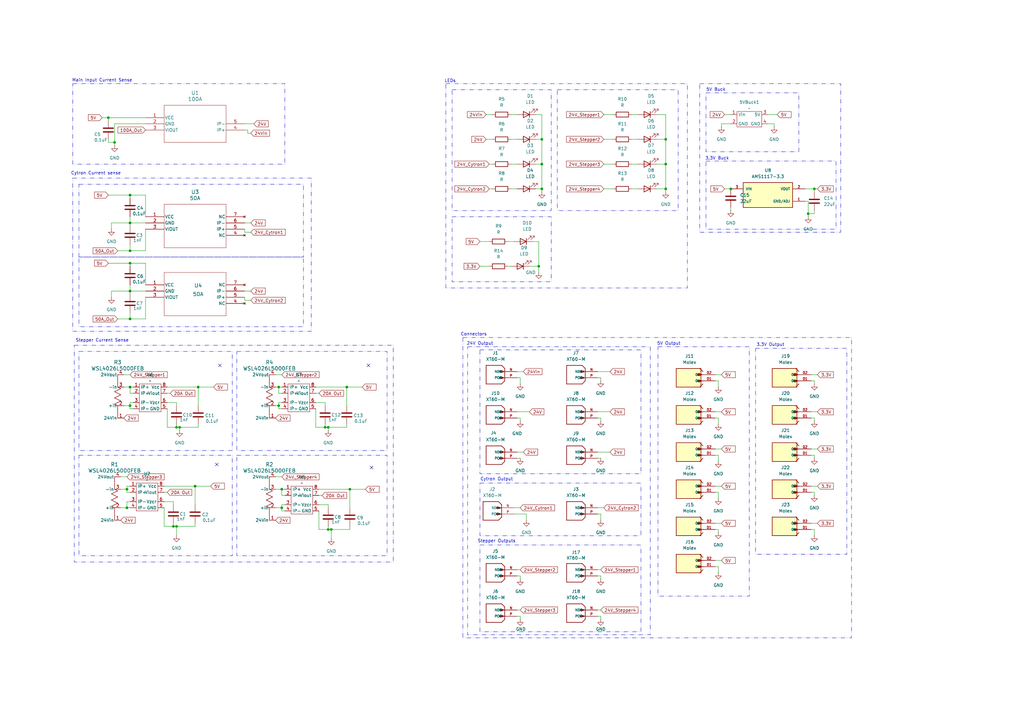
<source format=kicad_sch>
(kicad_sch (version 20231120) (generator "eeschema") (generator_version "8.0")
  (paper "A3")
  (junction (at 81.28 158.75))
  (junction (at 53.34 91.44))
  (junction (at 53.34 80.01))
  (junction (at 53.34 130.81))
  (junction (at 273.05 57.15))
  (junction (at 220.98 109.22))
  (junction (at 53.34 119.38))
  (junction (at 71.12 215.9))
  (junction (at 53.34 166.37))
  (junction (at 143.51 200.66))
  (junction (at 134.62 217.17))
  (junction (at 142.24 158.75))
  (junction (at 222.25 67.31))
  (junction (at 134.62 175.26))
  (junction (at 114.3 166.37))
  (junction (at 222.25 77.47))
  (junction (at 115.57 200.66))
  (junction (at 222.25 57.15))
  (junction (at 299.72 77.47))
  (junction (at 53.34 102.87))
  (junction (at 72.39 215.9))
  (junction (at 46.99 58.42))
  (junction (at 273.05 67.31))
  (junction (at 52.07 200.66))
  (junction (at 114.3 158.75))
  (junction (at 115.57 208.28))
  (junction (at 135.89 217.17))
  (junction (at 331.47 87.63))
  (junction (at 334.01 77.47))
  (junction (at 53.34 158.75))
  (junction (at 53.34 107.95))
  (junction (at 73.66 175.26))
  (junction (at 44.45 48.26))
  (junction (at 133.35 175.26))
  (junction (at 273.05 77.47))
  (junction (at 52.07 208.28))
  (junction (at 72.39 175.26))
  (junction (at 80.01 199.39))
  (no_connect (at 88.9 190.5))
  (no_connect (at 90.17 149.86))
  (no_connect (at 151.13 149.86))
  (no_connect (at 152.4 191.77))
  (wire (pts (xy 317.5 50.8) (xy 317.5 52.07)))
  (wire (pts (xy 50.8 158.75) (xy 53.34 158.75)))
  (wire (pts (xy 114.3 167.64) (xy 114.3 166.37)))
  (wire (pts (xy 133.35 173.99) (xy 133.35 175.26)))
  (wire (pts (xy 222.25 67.31) (xy 222.25 77.47)))
  (wire (pts (xy 53.34 102.87) (xy 59.69 102.87)))
  (wire (pts (xy 129.54 161.29) (xy 130.81 161.29)))
  (wire (pts (xy 219.71 67.31) (xy 222.25 67.31)))
  (wire (pts (xy 213.36 154.94) (xy 212.09 154.94)))
  (wire (pts (xy 269.24 46.99) (xy 273.05 46.99)))
  (wire (pts (xy 332.74 199.39) (xy 335.28 199.39)))
  (wire (pts (xy 212.09 250.19) (xy 213.36 250.19)))
  (wire (pts (xy 115.57 207.01) (xy 115.57 208.28)))
  (wire (pts (xy 219.71 46.99) (xy 222.25 46.99)))
  (wire (pts (xy 245.11 152.4) (xy 250.19 152.4)))
  (wire (pts (xy 52.07 205.74) (xy 52.07 208.28)))
  (wire (pts (xy 199.39 57.15) (xy 201.93 57.15)))
  (wire (pts (xy 213.36 157.48) (xy 213.36 154.94)))
  (wire (pts (xy 113.03 166.37) (xy 114.3 166.37)))
  (wire (pts (xy 48.26 130.81) (xy 53.34 130.81)))
  (wire (pts (xy 293.37 168.91) (xy 295.91 168.91)))
  (wire (pts (xy 210.82 208.28) (xy 213.36 208.28)))
  (wire (pts (xy 332.74 184.15) (xy 335.28 184.15)))
  (wire (pts (xy 45.72 121.92) (xy 45.72 119.38)))
  (wire (pts (xy 213.36 236.22) (xy 212.09 236.22)))
  (wire (pts (xy 334.01 156.21) (xy 334.01 157.48)))
  (wire (pts (xy 101.6 54.61) (xy 102.87 54.61)))
  (wire (pts (xy 245.11 233.68) (xy 246.38 233.68)))
  (wire (pts (xy 45.72 93.98) (xy 45.72 91.44)))
  (wire (pts (xy 134.62 175.26) (xy 142.24 175.26)))
  (wire (pts (xy 293.37 229.87) (xy 295.91 229.87)))
  (wire (pts (xy 297.18 77.47) (xy 299.72 77.47)))
  (wire (pts (xy 115.57 195.58) (xy 113.03 195.58)))
  (wire (pts (xy 72.39 215.9) (xy 80.01 215.9)))
  (wire (pts (xy 133.35 165.1) (xy 129.54 165.1)))
  (wire (pts (xy 246.38 210.82) (xy 245.11 210.82)))
  (wire (pts (xy 245.11 208.28) (xy 247.65 208.28)))
  (wire (pts (xy 247.65 57.15) (xy 251.46 57.15)))
  (wire (pts (xy 246.38 156.21) (xy 246.38 154.94)))
  (wire (pts (xy 222.25 77.47) (xy 222.25 78.74)))
  (wire (pts (xy 332.74 186.69) (xy 334.01 186.69)))
  (wire (pts (xy 246.38 236.22) (xy 246.38 237.49)))
  (wire (pts (xy 334.01 86.36) (xy 334.01 87.63)))
  (wire (pts (xy 334.01 78.74) (xy 334.01 77.47)))
  (wire (pts (xy 245.11 252.73) (xy 246.38 252.73)))
  (wire (pts (xy 48.26 102.87) (xy 53.34 102.87)))
  (wire (pts (xy 246.38 252.73) (xy 246.38 254)))
  (wire (pts (xy 269.24 77.47) (xy 273.05 77.47)))
  (wire (pts (xy 49.53 200.66) (xy 52.07 200.66)))
  (wire (pts (xy 53.34 161.29) (xy 54.61 161.29)))
  (wire (pts (xy 80.01 214.63) (xy 80.01 215.9)))
  (wire (pts (xy 53.34 165.1) (xy 53.34 166.37)))
  (wire (pts (xy 142.24 173.99) (xy 142.24 175.26)))
  (wire (pts (xy 135.89 220.98) (xy 135.89 217.17)))
  (wire (pts (xy 222.25 57.15) (xy 222.25 67.31)))
  (wire (pts (xy 67.31 199.39) (xy 80.01 199.39)))
  (wire (pts (xy 293.37 184.15) (xy 295.91 184.15)))
  (wire (pts (xy 213.36 237.49) (xy 213.36 236.22)))
  (wire (pts (xy 334.01 186.69) (xy 334.01 187.96)))
  (wire (pts (xy 68.58 167.64) (xy 68.58 175.26)))
  (wire (pts (xy 294.64 201.93) (xy 294.64 204.47)))
  (wire (pts (xy 115.57 200.66) (xy 115.57 203.2)))
  (wire (pts (xy 212.09 152.4) (xy 214.63 152.4)))
  (wire (pts (xy 80.01 199.39) (xy 80.01 207.01)))
  (wire (pts (xy 49.53 208.28) (xy 52.07 208.28)))
  (wire (pts (xy 100.33 50.8) (xy 104.14 50.8)))
  (wire (pts (xy 45.72 91.44) (xy 53.34 91.44)))
  (wire (pts (xy 100.33 95.25) (xy 100.33 93.98)))
  (wire (pts (xy 143.51 215.9) (xy 143.51 217.17)))
  (wire (pts (xy 208.28 99.06) (xy 210.82 99.06)))
  (wire (pts (xy 332.74 171.45) (xy 334.01 171.45)))
  (wire (pts (xy 246.38 250.19) (xy 245.11 250.19)))
  (wire (pts (xy 115.57 207.01) (xy 116.84 207.01)))
  (wire (pts (xy 212.09 185.42) (xy 214.63 185.42)))
  (wire (pts (xy 334.01 77.47) (xy 335.28 77.47)))
  (wire (pts (xy 246.38 171.45) (xy 246.38 172.72)))
  (wire (pts (xy 102.87 123.19) (xy 100.33 123.19)))
  (wire (pts (xy 73.66 176.53) (xy 73.66 175.26)))
  (wire (pts (xy 269.24 57.15) (xy 273.05 57.15)))
  (wire (pts (xy 199.39 46.99) (xy 201.93 46.99)))
  (wire (pts (xy 334.01 87.63) (xy 331.47 87.63)))
  (wire (pts (xy 52.07 195.58) (xy 49.53 195.58)))
  (wire (pts (xy 72.39 165.1) (xy 68.58 165.1)))
  (wire (pts (xy 294.64 186.69) (xy 293.37 186.69)))
  (wire (pts (xy 273.05 67.31) (xy 273.05 77.47)))
  (wire (pts (xy 134.62 217.17) (xy 130.81 217.17)))
  (wire (pts (xy 294.64 232.41) (xy 294.64 234.95)))
  (wire (pts (xy 209.55 67.31) (xy 212.09 67.31)))
  (wire (pts (xy 53.34 80.01) (xy 53.34 81.28)))
  (wire (pts (xy 59.69 130.81) (xy 59.69 121.92)))
  (wire (pts (xy 72.39 219.71) (xy 72.39 215.9)))
  (wire (pts (xy 245.11 187.96) (xy 246.38 187.96)))
  (wire (pts (xy 53.34 158.75) (xy 54.61 158.75)))
  (wire (pts (xy 53.34 80.01) (xy 59.69 80.01)))
  (wire (pts (xy 297.18 46.99) (xy 299.72 46.99)))
  (wire (pts (xy 44.45 48.26) (xy 59.69 48.26)))
  (wire (pts (xy 115.57 209.55) (xy 116.84 209.55)))
  (wire (pts (xy 209.55 46.99) (xy 212.09 46.99)))
  (wire (pts (xy 219.71 57.15) (xy 222.25 57.15)))
  (wire (pts (xy 134.62 207.01) (xy 130.81 207.01)))
  (wire (pts (xy 269.24 67.31) (xy 273.05 67.31)))
  (wire (pts (xy 143.51 200.66) (xy 149.86 200.66)))
  (wire (pts (xy 259.08 77.47) (xy 261.62 77.47)))
  (wire (pts (xy 72.39 175.26) (xy 68.58 175.26)))
  (wire (pts (xy 115.57 153.67) (xy 113.03 153.67)))
  (wire (pts (xy 53.34 130.81) (xy 59.69 130.81)))
  (wire (pts (xy 114.3 161.29) (xy 115.57 161.29)))
  (wire (pts (xy 219.71 77.47) (xy 222.25 77.47)))
  (wire (pts (xy 129.54 167.64) (xy 129.54 175.26)))
  (wire (pts (xy 44.45 80.01) (xy 53.34 80.01)))
  (wire (pts (xy 295.91 50.8) (xy 295.91 52.07)))
  (wire (pts (xy 72.39 173.99) (xy 72.39 175.26)))
  (wire (pts (xy 196.85 109.22) (xy 200.66 109.22)))
  (wire (pts (xy 44.45 49.53) (xy 44.45 48.26)))
  (wire (pts (xy 334.01 171.45) (xy 334.01 172.72)))
  (wire (pts (xy 142.24 158.75) (xy 148.59 158.75)))
  (wire (pts (xy 246.38 154.94) (xy 245.11 154.94)))
  (wire (pts (xy 293.37 217.17) (xy 294.64 217.17)))
  (wire (pts (xy 331.47 87.63) (xy 331.47 88.9)))
  (wire (pts (xy 133.35 166.37) (xy 133.35 165.1)))
  (wire (pts (xy 81.28 173.99) (xy 81.28 175.26)))
  (wire (pts (xy 53.34 128.27) (xy 53.34 130.81)))
  (wire (pts (xy 314.96 46.99) (xy 318.77 46.99)))
  (wire (pts (xy 294.64 189.23) (xy 294.64 186.69)))
  (wire (pts (xy 68.58 158.75) (xy 81.28 158.75)))
  (wire (pts (xy 53.34 88.9) (xy 53.34 91.44)))
  (wire (pts (xy 53.34 119.38) (xy 53.34 120.65)))
  (wire (pts (xy 222.25 46.99) (xy 222.25 57.15)))
  (wire (pts (xy 53.34 167.64) (xy 54.61 167.64)))
  (wire (pts (xy 247.65 77.47) (xy 251.46 77.47)))
  (wire (pts (xy 294.64 156.21) (xy 294.64 158.75)))
  (wire (pts (xy 114.3 167.64) (xy 115.57 167.64)))
  (wire (pts (xy 52.07 200.66) (xy 52.07 201.93)))
  (wire (pts (xy 218.44 99.06) (xy 220.98 99.06)))
  (wire (pts (xy 72.39 166.37) (xy 72.39 165.1)))
  (wire (pts (xy 114.3 165.1) (xy 115.57 165.1)))
  (wire (pts (xy 134.62 175.26) (xy 133.35 175.26)))
  (wire (pts (xy 294.64 217.17) (xy 294.64 218.44)))
  (wire (pts (xy 114.3 165.1) (xy 114.3 166.37)))
  (wire (pts (xy 67.31 208.28) (xy 67.31 215.9)))
  (wire (pts (xy 209.55 57.15) (xy 212.09 57.15)))
  (wire (pts (xy 245.11 236.22) (xy 246.38 236.22)))
  (wire (pts (xy 134.62 176.53) (xy 134.62 175.26)))
  (wire (pts (xy 130.81 200.66) (xy 143.51 200.66)))
  (wire (pts (xy 100.33 53.34) (xy 101.6 53.34)))
  (wire (pts (xy 134.62 208.28) (xy 134.62 207.01)))
  (wire (pts (xy 73.66 175.26) (xy 81.28 175.26)))
  (wire (pts (xy 332.74 201.93) (xy 334.01 201.93)))
  (wire (pts (xy 115.57 200.66) (xy 116.84 200.66)))
  (wire (pts (xy 71.12 207.01) (xy 71.12 205.74)))
  (wire (pts (xy 114.3 158.75) (xy 115.57 158.75)))
  (wire (pts (xy 102.87 95.25) (xy 100.33 95.25)))
  (wire (pts (xy 133.35 175.26) (xy 129.54 175.26)))
  (wire (pts (xy 52.07 200.66) (xy 52.07 199.39)))
  (wire (pts (xy 213.36 187.96) (xy 212.09 187.96)))
  (wire (pts (xy 44.45 107.95) (xy 53.34 107.95)))
  (wire (pts (xy 113.03 158.75) (xy 114.3 158.75)))
  (wire (pts (xy 200.66 77.47) (xy 201.93 77.47)))
  (wire (pts (xy 101.6 53.34) (xy 101.6 54.61)))
  (wire (pts (xy 53.34 91.44) (xy 59.69 91.44)))
  (wire (pts (xy 52.07 208.28) (xy 53.34 208.28)))
  (wire (pts (xy 293.37 156.21) (xy 294.64 156.21)))
  (wire (pts (xy 46.99 50.8) (xy 59.69 50.8)))
  (wire (pts (xy 53.34 107.95) (xy 53.34 109.22)))
  (wire (pts (xy 220.98 109.22) (xy 220.98 111.76)))
  (wire (pts (xy 67.31 201.93) (xy 68.58 201.93)))
  (wire (pts (xy 212.09 168.91) (xy 217.17 168.91)))
  (wire (pts (xy 273.05 57.15) (xy 273.05 67.31)))
  (wire (pts (xy 293.37 201.93) (xy 294.64 201.93)))
  (wire (pts (xy 273.05 77.47) (xy 273.05 78.74)))
  (wire (pts (xy 213.36 254) (xy 213.36 252.73)))
  (wire (pts (xy 196.85 99.06) (xy 200.66 99.06)))
  (wire (pts (xy 52.07 201.93) (xy 53.34 201.93)))
  (wire (pts (xy 293.37 153.67) (xy 295.91 153.67)))
  (wire (pts (xy 208.28 109.22) (xy 209.55 109.22)))
  (wire (pts (xy 245.11 168.91) (xy 250.19 168.91)))
  (wire (pts (xy 71.12 205.74) (xy 67.31 205.74)))
  (wire (pts (xy 113.03 208.28) (xy 115.57 208.28)))
  (wire (pts (xy 100.33 119.38) (xy 102.87 119.38)))
  (wire (pts (xy 130.81 203.2) (xy 132.08 203.2)))
  (wire (pts (xy 135.89 217.17) (xy 143.51 217.17)))
  (wire (pts (xy 293.37 171.45) (xy 294.64 171.45)))
  (wire (pts (xy 44.45 58.42) (xy 44.45 57.15)))
  (wire (pts (xy 245.11 171.45) (xy 246.38 171.45)))
  (wire (pts (xy 53.34 107.95) (xy 59.69 107.95)))
  (wire (pts (xy 53.34 119.38) (xy 59.69 119.38)))
  (wire (pts (xy 213.36 252.73) (xy 212.09 252.73)))
  (wire (pts (xy 200.66 67.31) (xy 201.93 67.31)))
  (wire (pts (xy 130.81 209.55) (xy 130.81 217.17)))
  (wire (pts (xy 59.69 80.01) (xy 59.69 88.9)))
  (wire (pts (xy 100.33 91.44) (xy 102.87 91.44)))
  (wire (pts (xy 71.12 214.63) (xy 71.12 215.9)))
  (wire (pts (xy 46.99 50.8) (xy 46.99 58.42)))
  (wire (pts (xy 273.05 46.99) (xy 273.05 57.15)))
  (wire (pts (xy 81.28 158.75) (xy 81.28 166.37)))
  (wire (pts (xy 210.82 210.82) (xy 215.9 210.82)))
  (wire (pts (xy 215.9 210.82) (xy 215.9 213.36)))
  (wire (pts (xy 115.57 209.55) (xy 115.57 208.28)))
  (wire (pts (xy 113.03 200.66) (xy 115.57 200.66)))
  (wire (pts (xy 50.8 166.37) (xy 53.34 166.37)))
  (wire (pts (xy 129.54 158.75) (xy 142.24 158.75)))
  (wire (pts (xy 259.08 57.15) (xy 261.62 57.15)))
  (wire (pts (xy 212.09 233.68) (xy 213.36 233.68)))
  (wire (pts (xy 71.12 215.9) (xy 67.31 215.9)))
  (wire (pts (xy 332.74 214.63) (xy 335.28 214.63)))
  (wire (pts (xy 115.57 203.2) (xy 116.84 203.2)))
  (wire (pts (xy 299.72 50.8) (xy 295.91 50.8)))
  (wire (pts (xy 217.17 109.22) (xy 220.98 109.22)))
  (wire (pts (xy 220.98 99.06) (xy 220.98 109.22)))
  (wire (pts (xy 53.34 100.33) (xy 53.34 102.87)))
  (wire (pts (xy 330.2 77.47) (xy 334.01 77.47)))
  (wire (pts (xy 299.72 85.09) (xy 299.72 86.36)))
  (wire (pts (xy 246.38 213.36) (xy 246.38 210.82)))
  (wire (pts (xy 334.01 201.93) (xy 334.01 203.2)))
  (wire (pts (xy 247.65 67.31) (xy 251.46 67.31)))
  (wire (pts (xy 331.47 82.55) (xy 331.47 87.63)))
  (wire (pts (xy 293.37 214.63) (xy 295.91 214.63)))
  (wire (pts (xy 293.37 232.41) (xy 294.64 232.41)))
  (wire (pts (xy 142.24 158.75) (xy 142.24 166.37)))
  (wire (pts (xy 52.07 199.39) (xy 53.34 199.39)))
  (wire (pts (xy 80.01 199.39) (xy 86.36 199.39)))
  (wire (pts (xy 100.33 123.19) (xy 100.33 121.92)))
  (wire (pts (xy 44.45 58.42) (xy 46.99 58.42)))
  (wire (pts (xy 81.28 158.75) (xy 87.63 158.75)))
  (wire (pts (xy 59.69 107.95) (xy 59.69 116.84)))
  (wire (pts (xy 143.51 200.66) (xy 143.51 208.28)))
  (wire (pts (xy 332.74 153.67) (xy 335.28 153.67)))
  (wire (pts (xy 59.69 102.87) (xy 59.69 93.98)))
  (wire (pts (xy 135.89 217.17) (xy 134.62 217.17)))
  (wire (pts (xy 52.07 205.74) (xy 53.34 205.74)))
  (wire (pts (xy 134.62 215.9) (xy 134.62 217.17)))
  (wire (pts (xy 332.74 168.91) (xy 335.28 168.91)))
  (wire (pts (xy 53.34 158.75) (xy 53.34 161.29)))
  (wire (pts (xy 53.34 91.44) (xy 53.34 92.71)))
  (wire (pts (xy 72.39 215.9) (xy 71.12 215.9)))
  (wire (pts (xy 53.34 167.64) (xy 53.34 166.37)))
  (wire (pts (xy 53.34 116.84) (xy 53.34 119.38)))
  (wire (pts (xy 294.64 171.45) (xy 294.64 173.99)))
  (wire (pts (xy 314.96 50.8) (xy 317.5 50.8)))
  (wire (pts (xy 53.34 165.1) (xy 54.61 165.1)))
  (wire (pts (xy 247.65 46.99) (xy 251.46 46.99)))
  (wire (pts (xy 332.74 217.17) (xy 334.01 217.17)))
  (wire (pts (xy 68.58 161.29) (xy 69.85 161.29)))
  (wire (pts (xy 209.55 77.47) (xy 212.09 77.47)))
  (wire (pts (xy 332.74 156.21) (xy 334.01 156.21)))
  (wire (pts (xy 330.2 82.55) (xy 331.47 82.55)))
  (wire (pts (xy 45.72 119.38) (xy 53.34 119.38)))
  (wire (pts (xy 46.99 59.69) (xy 46.99 58.42)))
  (wire (pts (xy 259.08 46.99) (xy 261.62 46.99)))
  (wire (pts (xy 213.36 171.45) (xy 213.36 172.72)))
  (wire (pts (xy 212.09 171.45) (xy 213.36 171.45)))
  (wire (pts (xy 41.91 48.26) (xy 44.45 48.26)))
  (wire (pts (xy 259.08 67.31) (xy 261.62 67.31)))
  (wire (pts (xy 114.3 158.75) (xy 114.3 161.29)))
  (wire (pts (xy 53.34 153.67) (xy 50.8 153.67)))
  (wire (pts (xy 245.11 185.42) (xy 250.19 185.42)))
  (wire (pts (xy 334.01 217.17) (xy 334.01 219.71)))
  (wire (pts (xy 293.37 199.39) (xy 295.91 199.39)))
  (wire (pts (xy 73.66 175.26) (xy 72.39 175.26)))
  (rectangle (start 32.385 75.565) (end 32.385 75.565))
  (rectangle (start 196.85 143.51) (end 262.89 194.31) (stroke (width 0) (type dash_dot_dot)))
  (rectangle (start 289.56 38.1) (end 327.66 62.23) (stroke (width 0) (type dash_dot_dot)))
  (rectangle (start 32.385 144.145) (end 95.25 184.785) (stroke (width 0) (type dash_dot_dot)))
  (rectangle (start 29.845 73.025) (end 127.635 135.89) (stroke (width 0) (type dash_dot_dot)))
  (rectangle (start 191.77 142.24) (end 266.7 260.35) (stroke (width 0) (type dash_dot_dot)))
  (rectangle (start 287.02 34.29) (end 344.805 95.25) (stroke (width 0) (type dash_dot_dot)))
  (rectangle (start 32.385 105.41) (end 124.46 133.985) (stroke (width 0) (type dash_dot_dot)))
  (rectangle (start 185.42 88.9) (end 226.06 115.57) (stroke (width 0) (type dash_dot_dot)))
  (rectangle (start 32.385 75.565) (end 124.46 105.41) (stroke (width 0) (type dash_dot_dot)))
  (rectangle (start 97.155 144.145) (end 158.75 184.785) (stroke (width 0) (type dash_dot_dot)))
  (rectangle (start 29.845 34.29) (end 116.84 67.31) (stroke (width 0) (type dash_dot_dot)))
  (rectangle (start 182.88 34.29) (end 281.94 118.11) (stroke (width 0) (type dash_dot_dot)))
  (rectangle (start 196.85 198.12) (end 262.89 219.71) (stroke (width 0) (type dash_dot_dot)))
  (rectangle (start 189.865 138.43) (end 349.25 261.62) (stroke (width 0) (type dash_dot_dot)))
  (rectangle (start 289.56 66.04) (end 342.9 93.98) (stroke (width 0) (type dash_dot_dot)))
  (rectangle (start 97.155 186.69) (end 158.75 227.965) (stroke (width 0) (type dash_dot_dot)))
  (rectangle (start 196.85 223.52) (end 262.89 259.08) (stroke (width 0) (type dash_dot_dot)))
  (rectangle (start 185.42 36.83) (end 226.06 86.36) (stroke (width 0) (type dash_dot_dot)))
  (rectangle (start 32.385 186.69) (end 95.25 227.965) (stroke (width 0) (type dash_dot_dot)))
  (rectangle (start 228.6 36.83) (end 278.13 86.36) (stroke (width 0) (type dash_dot_dot)))
  (rectangle (start 309.88 142.875) (end 347.345 227.33) (stroke (width 0) (type dash_dot_dot)))
  (rectangle (start 269.875 142.24) (end 307.34 244.475) (stroke (width 0) (type dash_dot_dot)))
  (rectangle (start 30.48 141.605) (end 161.29 230.505) (stroke (width 0) (type dash_dot_dot)))
  (text "24V Output\n" (at 196.85 140.97 0) (effects (font (size 1.27 1.27))))
  (text "Cytron Current sense\n" (at 39.37 71.12 0) (effects (font (size 1.27 1.27))))
  (text "Stepper Outputs\n" (at 203.708 221.996 0) (effects (font (size 1.27 1.27))))
  (text "3.3V Buck\n" (at 294.132 65.024 0) (effects (font (size 1.27 1.27))))
  (text "Stepper Current Sense" (at 41.91 139.7 0) (effects (font (size 1.27 1.27))))
  (text "Cytron Output" (at 203.708 196.596 0) (effects (font (size 1.27 1.27))))
  (text "3.3V Output\n" (at 315.976 141.478 0) (effects (font (size 1.27 1.27))))
  (text "Connectors" (at 194.31 137.16 0) (effects (font (size 1.27 1.27))))
  (text "5V Output\n" (at 274.32 140.97 0) (effects (font (size 1.27 1.27))))
  (text "Main Input Current Sense\n" (at 41.91 33.02 0) (effects (font (size 1.27 1.27))))
  (text "LEDs\n" (at 184.658 33.274 0) (effects (font (size 1.27 1.27))))
  (text "5V Buck" (at 293.624 36.83 0) (effects (font (size 1.27 1.27))))
  (global_label "24V" (shape input) (at 102.87 91.44 0) (property "Intersheetrefs" "${INTERSHEET_REFS}" (effects (hide yes))))
  (global_label "3.3V" (shape input) (at 335.28 184.15 0) (property "Intersheetrefs" "${INTERSHEET_REFS}" (effects (hide yes))))
  (global_label "50A_Out" (shape input) (at 48.26 130.81 180) (property "Intersheetrefs" "${INTERSHEET_REFS}" (effects (hide yes))))
  (global_label "5V " (shape input) (at 297.18 77.47 180) (property "Intersheetrefs" "${INTERSHEET_REFS}" (effects (hide yes))))
  (global_label "5V " (shape input) (at 87.63 158.75 0) (property "Intersheetrefs" "${INTERSHEET_REFS}" (effects (hide yes))))
  (global_label "5V " (shape input) (at 44.45 80.01 180) (property "Intersheetrefs" "${INTERSHEET_REFS}" (effects (hide yes))))
  (global_label "24V_Cytron1" (shape input) (at 213.36 208.28 0) (property "Intersheetrefs" "${INTERSHEET_REFS}" (effects (hide yes))))
  (global_label "3.3V" (shape input) (at 335.28 77.47 0) (property "Intersheetrefs" "${INTERSHEET_REFS}" (effects (hide yes))))
  (global_label "24V_Cytron1" (shape input) (at 200.66 67.31 180) (property "Intersheetrefs" "${INTERSHEET_REFS}" (effects (hide yes))))
  (global_label "24V_Stepper3" (shape input) (at 213.36 250.19 0) (property "Intersheetrefs" "${INTERSHEET_REFS}" (effects (hide yes))))
  (global_label "24V" (shape input) (at 113.03 213.36 0) (property "Intersheetrefs" "${INTERSHEET_REFS}" (effects (hide yes))))
  (global_label "5V " (shape input) (at 148.59 158.75 0) (property "Intersheetrefs" "${INTERSHEET_REFS}" (effects (hide yes))))
  (global_label "5V " (shape input) (at 41.91 48.26 180) (property "Intersheetrefs" "${INTERSHEET_REFS}" (effects (hide yes))))
  (global_label "5V " (shape input) (at 295.91 184.15 0) (property "Intersheetrefs" "${INTERSHEET_REFS}" (effects (hide yes))))
  (global_label "24V_Stepper1" (shape input) (at 53.34 153.67 0) (property "Intersheetrefs" "${INTERSHEET_REFS}" (effects (hide yes))))
  (global_label "50A_Out" (shape input) (at 48.26 102.87 180) (property "Intersheetrefs" "${INTERSHEET_REFS}" (effects (hide yes))))
  (global_label "24V" (shape input) (at 297.18 46.99 180) (property "Intersheetrefs" "${INTERSHEET_REFS}" (effects (hide yes))))
  (global_label "5V " (shape input) (at 44.45 107.95 180) (property "Intersheetrefs" "${INTERSHEET_REFS}" (effects (hide yes))))
  (global_label "5V " (shape input) (at 295.91 214.63 0) (property "Intersheetrefs" "${INTERSHEET_REFS}" (effects (hide yes))))
  (global_label "24V_Stepper3" (shape input) (at 52.07 195.58 0) (property "Intersheetrefs" "${INTERSHEET_REFS}" (effects (hide yes))))
  (global_label "5V " (shape input) (at 295.91 153.67 0) (property "Intersheetrefs" "${INTERSHEET_REFS}" (effects (hide yes))))
  (global_label "24V" (shape input) (at 250.19 152.4 0) (property "Intersheetrefs" "${INTERSHEET_REFS}" (effects (hide yes))))
  (global_label "24V_Stepper1" (shape input) (at 246.38 233.68 0) (property "Intersheetrefs" "${INTERSHEET_REFS}" (effects (hide yes))))
  (global_label "24V" (shape input) (at 102.87 119.38 0) (property "Intersheetrefs" "${INTERSHEET_REFS}" (effects (hide yes))))
  (global_label "5V " (shape input) (at 196.85 99.06 180) (property "Intersheetrefs" "${INTERSHEET_REFS}" (effects (hide yes))))
  (global_label "24V_Stepper2" (shape input) (at 247.65 57.15 180) (property "Intersheetrefs" "${INTERSHEET_REFS}" (effects (hide yes))))
  (global_label "24V_Stepper4" (shape input) (at 247.65 77.47 180) (property "Intersheetrefs" "${INTERSHEET_REFS}" (effects (hide yes))))
  (global_label "24V" (shape input) (at 250.19 168.91 0) (property "Intersheetrefs" "${INTERSHEET_REFS}" (effects (hide yes))))
  (global_label "24V" (shape input) (at 214.63 185.42 0) (property "Intersheetrefs" "${INTERSHEET_REFS}" (effects (hide yes))))
  (global_label "5V " (shape input) (at 295.91 168.91 0) (property "Intersheetrefs" "${INTERSHEET_REFS}" (effects (hide yes))))
  (global_label "24Vin" (shape input) (at 199.39 46.99 180) (property "Intersheetrefs" "${INTERSHEET_REFS}" (effects (hide yes))))
  (global_label "24Vin" (shape input) (at 214.63 152.4 0) (property "Intersheetrefs" "${INTERSHEET_REFS}" (effects (hide yes))))
  (global_label "24V_Stepper2" (shape input) (at 213.36 233.68 0) (property "Intersheetrefs" "${INTERSHEET_REFS}" (effects (hide yes))))
  (global_label "20A Out" (shape input) (at 130.81 161.29 0) (property "Intersheetrefs" "${INTERSHEET_REFS}" (effects (hide yes))))
  (global_label "24V" (shape input) (at 250.19 185.42 0) (property "Intersheetrefs" "${INTERSHEET_REFS}" (effects (hide yes))))
  (global_label "24V_Cytron2" (shape input) (at 102.87 123.19 0) (property "Intersheetrefs" "${INTERSHEET_REFS}" (effects (hide yes))))
  (global_label "20A Out" (shape input) (at 69.85 161.29 0) (property "Intersheetrefs" "${INTERSHEET_REFS}" (effects (hide yes))))
  (global_label "24V_Stepper2" (shape input) (at 115.57 153.67 0) (property "Intersheetrefs" "${INTERSHEET_REFS}" (effects (hide yes))))
  (global_label "5V " (shape input) (at 86.36 199.39 0) (property "Intersheetrefs" "${INTERSHEET_REFS}" (effects (hide yes))))
  (global_label "24V_Cytron2" (shape input) (at 247.65 208.28 0) (property "Intersheetrefs" "${INTERSHEET_REFS}" (effects (hide yes))))
  (global_label "5V " (shape input) (at 318.77 46.99 0) (property "Intersheetrefs" "${INTERSHEET_REFS}" (effects (hide yes))))
  (global_label "24V" (shape input) (at 50.8 171.45 0) (property "Intersheetrefs" "${INTERSHEET_REFS}" (effects (hide yes))))
  (global_label "5V " (shape input) (at 295.91 199.39 0) (property "Intersheetrefs" "${INTERSHEET_REFS}" (effects (hide yes))))
  (global_label "24V" (shape input) (at 217.17 168.91 0) (property "Intersheetrefs" "${INTERSHEET_REFS}" (effects (hide yes))))
  (global_label "5V " (shape input) (at 295.91 229.87 0) (property "Intersheetrefs" "${INTERSHEET_REFS}" (effects (hide yes))))
  (global_label "5V " (shape input) (at 149.86 200.66 0) (property "Intersheetrefs" "${INTERSHEET_REFS}" (effects (hide yes))))
  (global_label "24V_Stepper4" (shape input) (at 115.57 195.58 0) (property "Intersheetrefs" "${INTERSHEET_REFS}" (effects (hide yes))))
  (global_label "24V" (shape input) (at 199.39 57.15 180) (property "Intersheetrefs" "${INTERSHEET_REFS}" (effects (hide yes))))
  (global_label "3.3V" (shape input) (at 335.28 168.91 0) (property "Intersheetrefs" "${INTERSHEET_REFS}" (effects (hide yes))))
  (global_label "20A Out" (shape input) (at 68.58 201.93 0) (property "Intersheetrefs" "${INTERSHEET_REFS}" (effects (hide yes))))
  (global_label "20A Out" (shape input) (at 132.08 203.2 0) (property "Intersheetrefs" "${INTERSHEET_REFS}" (effects (hide yes))))
  (global_label "24Vin" (shape input) (at 102.87 54.61 0) (property "Intersheetrefs" "${INTERSHEET_REFS}" (effects (hide yes))))
  (global_label "3.3V" (shape input) (at 335.28 214.63 0) (property "Intersheetrefs" "${INTERSHEET_REFS}" (effects (hide yes))))
  (global_label "24V" (shape input) (at 104.14 50.8 0) (property "Intersheetrefs" "${INTERSHEET_REFS}" (effects (hide yes))))
  (global_label "3.3V" (shape input) (at 196.85 109.22 180) (property "Intersheetrefs" "${INTERSHEET_REFS}" (effects (hide yes))))
  (global_label "24V_Cytron1" (shape input) (at 102.87 95.25 0) (property "Intersheetrefs" "${INTERSHEET_REFS}" (effects (hide yes))))
  (global_label "100A_Out" (shape input) (at 59.69 53.34 180) (property "Intersheetrefs" "${INTERSHEET_REFS}" (effects (hide yes))))
  (global_label "3.3V" (shape input) (at 335.28 199.39 0) (property "Intersheetrefs" "${INTERSHEET_REFS}" (effects (hide yes))))
  (global_label "24V" (shape input) (at 49.53 213.36 0) (property "Intersheetrefs" "${INTERSHEET_REFS}" (effects (hide yes))))
  (global_label "24V" (shape input) (at 113.03 171.45 0) (property "Intersheetrefs" "${INTERSHEET_REFS}" (effects (hide yes))))
  (global_label "24V_Stepper4" (shape input) (at 246.38 250.19 0) (property "Intersheetrefs" "${INTERSHEET_REFS}" (effects (hide yes))))
  (global_label "24V_Stepper3" (shape input) (at 247.65 67.31 180) (property "Intersheetrefs" "${INTERSHEET_REFS}" (effects (hide yes))))
  (global_label "24V_Stepper1" (shape input) (at 247.65 46.99 180) (property "Intersheetrefs" "${INTERSHEET_REFS}" (effects (hide yes))))
  (global_label "3.3V" (shape input) (at 335.28 153.67 0) (property "Intersheetrefs" "${INTERSHEET_REFS}" (effects (hide yes))))
  (global_label "24V_Cytron2" (shape input) (at 200.66 77.47 180) (property "Intersheetrefs" "${INTERSHEET_REFS}" (effects (hide yes))))
  (symbol (lib_id "power:GND") (at 294.64 204.47 0) (unit 1)
    (property "Reference" "#PWR017" (effects (hide yes)))
    (property "Value" "GND" (at 294.64 209.55 0))
    (property "Description" "Power symbol creates a global label with name \"GND\" , ground" (effects (hide yes)))
  )
  (symbol (lib_id "XT60-M:XT60-M") (at 207.01 233.68 180) (unit 1)
    (property "Reference" "J5" (at 203.2 226.06 0))
    (property "Value" "XT60-M" (at 203.2 228.6 0))
    (property "Footprint" "XT60-M:AMASS_XT60-M" (effects (hide yes)))
    (property "MF" "AMASS" (effects (hide yes)))
    (property "MAXIMUM_PACKAGE_HEIGHT" "16.00 mm" (effects (hide yes)))
    (property "Package" "Package" (effects (hide yes)))
    (property "Price" "None" (effects (hide yes)))
    (property "Check_prices" "https://www.snapeda.com/parts/XT60-M/AMASS/view-part/?ref=eda" (effects (hide yes)))
    (property "STANDARD" "IPC 7351B" (effects (hide yes)))
    (property "PARTREV" "V1.2" (effects (hide yes)))
    (property "SnapEDA_Link" "https://www.snapeda.com/parts/XT60-M/AMASS/view-part/?ref=snap" (effects (hide yes)))
    (property "MP" "XT60-M" (effects (hide yes)))
    (property "Description_1" "\n                        \n                            Plug; DC supply; XT60; male; PIN: 2; for cable; soldered; 30A; 500V\n                        \n" (effects (hide yes)))
    (property "Availability" "Not in stock" (effects (hide yes)))
    (property "MANUFACTURER" "AMASS" (effects (hide yes)))
  )
  (symbol (lib_id "Device:C") (at 80.01 210.82 0) (unit 1)
    (property "Reference" "C2" (at 82.804 211.074 0) (effects (justify left)))
    (property "Value" "0.1uF" (at 83.058 213.36 0) (effects (justify left)))
    (property "Description" "Unpolarized capacitor" (effects (hide yes)))
  )
  (symbol (lib_id "Device:LED") (at 213.36 109.22 180) (unit 1)
    (property "Reference" "D9" (at 214.9475 101.6 0))
    (property "Value" "LED" (at 214.9475 104.14 0))
    (property "Description" "Light emitting diode" (effects (hide yes)))
  )
  (symbol (lib_id "power:GND") (at 334.01 219.71 0) (unit 1)
    (property "Reference" "#PWR033" (effects (hide yes)))
    (property "Value" "GND" (at 334.01 224.79 0))
    (property "Description" "Power symbol creates a global label with name \"GND\" , ground" (effects (hide yes)))
  )
  (symbol (lib_id "Device:LED") (at 215.9 46.99 180) (unit 1)
    (property "Reference" "D1" (at 217.4875 39.37 0))
    (property "Value" "LED" (at 217.4875 41.91 0))
    (property "Description" "Light emitting diode" (effects (hide yes)))
  )
  (symbol (lib_id "New_Library:53047-0210") (at 283.21 168.91 180) (unit 1)
    (property "Reference" "J12" (at 282.8131 161.29 0))
    (property "Value" "Molex" (at 282.8131 163.83 0))
    (property "Footprint" "53047-0210:MOLEX_53047-0210" (effects (hide yes)))
    (property "MF" "Molex" (effects (hide yes)))
    (property "Description_1" "\n                        \n                            Picoblade Connector, 2 Circuit Single Row, Vertical Throughole PCB\n                        \n" (effects (hide yes)))
    (property "Package" "None" (effects (hide yes)))
    (property "Price" "None" (effects (hide yes)))
    (property "Check_prices" "https://www.snapeda.com/parts/0530470210/Molex/view-part/?ref=eda" (effects (hide yes)))
    (property "STANDARD" "Manufacturer Recommendations" (effects (hide yes)))
    (property "PARTREV" "04/19/2022" (effects (hide yes)))
    (property "SnapEDA_Link" "https://www.snapeda.com/parts/0530470210/Molex/view-part/?ref=snap" (effects (hide yes)))
    (property "MP" "0530470210" (effects (hide yes)))
    (property "Availability" "In Stock" (effects (hide yes)))
    (property "MANUFACTURER" "Molex" (effects (hide yes)))
  )
  (symbol (lib_id "Device:C") (at 53.34 85.09 0) (unit 1)
    (property "Reference" "C4" (at 56.134 85.344 0) (effects (justify left)))
    (property "Value" "0.1uF" (at 54.356 87.63 0) (effects (justify left)))
    (property "Description" "Unpolarized capacitor" (effects (hide yes)))
  )
  (symbol (lib_id "XT60-M:XT60-M") (at 207.01 250.19 180) (unit 1)
    (property "Reference" "J6" (at 203.2 242.57 0))
    (property "Value" "XT60-M" (at 203.2 245.11 0))
    (property "Footprint" "XT60-M:AMASS_XT60-M" (effects (hide yes)))
    (property "MF" "AMASS" (effects (hide yes)))
    (property "MAXIMUM_PACKAGE_HEIGHT" "16.00 mm" (effects (hide yes)))
    (property "Package" "Package" (effects (hide yes)))
    (property "Price" "None" (effects (hide yes)))
    (property "Check_prices" "https://www.snapeda.com/parts/XT60-M/AMASS/view-part/?ref=eda" (effects (hide yes)))
    (property "STANDARD" "IPC 7351B" (effects (hide yes)))
    (property "PARTREV" "V1.2" (effects (hide yes)))
    (property "SnapEDA_Link" "https://www.snapeda.com/parts/XT60-M/AMASS/view-part/?ref=snap" (effects (hide yes)))
    (property "MP" "XT60-M" (effects (hide yes)))
    (property "Description_1" "\n                        \n                            Plug; DC supply; XT60; male; PIN: 2; for cable; soldered; 30A; 500V\n                        \n" (effects (hide yes)))
    (property "Availability" "Not in stock" (effects (hide yes)))
    (property "MANUFACTURER" "AMASS" (effects (hide yes)))
  )
  (symbol (lib_id "New_Library:53047-0210") (at 283.21 199.39 180) (unit 1)
    (property "Reference" "J14" (at 282.8131 191.77 0))
    (property "Value" "Molex" (at 282.8131 194.31 0))
    (property "Footprint" "53047-0210:MOLEX_53047-0210" (effects (hide yes)))
    (property "MF" "Molex" (effects (hide yes)))
    (property "Description_1" "\n                        \n                            Picoblade Connector, 2 Circuit Single Row, Vertical Throughole PCB\n                        \n" (effects (hide yes)))
    (property "Package" "None" (effects (hide yes)))
    (property "Price" "None" (effects (hide yes)))
    (property "Check_prices" "https://www.snapeda.com/parts/0530470210/Molex/view-part/?ref=eda" (effects (hide yes)))
    (property "STANDARD" "Manufacturer Recommendations" (effects (hide yes)))
    (property "PARTREV" "04/19/2022" (effects (hide yes)))
    (property "SnapEDA_Link" "https://www.snapeda.com/parts/0530470210/Molex/view-part/?ref=snap" (effects (hide yes)))
    (property "MP" "0530470210" (effects (hide yes)))
    (property "Availability" "In Stock" (effects (hide yes)))
    (property "MANUFACTURER" "Molex" (effects (hide yes)))
  )
  (symbol (lib_id "power:GND") (at 45.72 93.98 0) (unit 1)
    (property "Reference" "#PWR022" (effects (hide yes)))
    (property "Value" "GND" (at 45.72 99.06 0))
    (property "Description" "Power symbol creates a global label with name \"GND\" , ground" (effects (hide yes)))
  )
  (symbol (lib_id "Device:LED") (at 215.9 57.15 180) (unit 1)
    (property "Reference" "D2" (at 217.4875 49.53 0))
    (property "Value" "LED" (at 217.4875 52.07 0))
    (property "Description" "Light emitting diode" (effects (hide yes)))
  )
  (symbol (lib_id "power:GND") (at 334.01 172.72 0) (unit 1)
    (property "Reference" "#PWR036" (effects (hide yes)))
    (property "Value" "GND" (at 334.01 177.8 0))
    (property "Description" "Power symbol creates a global label with name \"GND\" , ground" (effects (hide yes)))
  )
  (symbol (lib_id "power:GND") (at 317.5 52.07 0) (unit 1)
    (property "Reference" "#PWR011" (effects (hide yes)))
    (property "Value" "GND" (at 317.5 57.15 0))
    (property "Description" "Power symbol creates a global label with name \"GND\" , ground" (effects (hide yes)))
  )
  (symbol (lib_id "XT60-M:XT60-M") (at 207.01 185.42 180) (unit 1)
    (property "Reference" "J4" (at 202.438 177.546 0))
    (property "Value" "XT60-M" (at 203.2 180.34 0))
    (property "Footprint" "XT60-M:AMASS_XT60-M" (effects (hide yes)))
    (property "MF" "AMASS" (effects (hide yes)))
    (property "MAXIMUM_PACKAGE_HEIGHT" "16.00 mm" (effects (hide yes)))
    (property "Package" "Package" (effects (hide yes)))
    (property "Price" "None" (effects (hide yes)))
    (property "Check_prices" "https://www.snapeda.com/parts/XT60-M/AMASS/view-part/?ref=eda" (effects (hide yes)))
    (property "STANDARD" "IPC 7351B" (effects (hide yes)))
    (property "PARTREV" "V1.2" (effects (hide yes)))
    (property "SnapEDA_Link" "https://www.snapeda.com/parts/XT60-M/AMASS/view-part/?ref=snap" (effects (hide yes)))
    (property "MP" "XT60-M" (effects (hide yes)))
    (property "Description_1" "\n                        \n                            Plug; DC supply; XT60; male; PIN: 2; for cable; soldered; 30A; 500V\n                        \n" (effects (hide yes)))
    (property "Availability" "Not in stock" (effects (hide yes)))
    (property "MANUFACTURER" "AMASS" (effects (hide yes)))
  )
  (symbol (lib_id "power:GND") (at 135.89 220.98 0) (unit 1)
    (property "Reference" "#PWR024" (effects (hide yes)))
    (property "Value" "GND" (at 135.89 226.06 0))
    (property "Description" "Power symbol creates a global label with name \"GND\" , ground" (effects (hide yes)))
  )
  (symbol (lib_id "Device:C") (at 53.34 113.03 0) (unit 1)
    (property "Reference" "C6" (at 56.134 113.284 0) (effects (justify left)))
    (property "Value" "0.1uF" (at 54.356 115.57 0) (effects (justify left)))
    (property "Description" "Unpolarized capacitor" (effects (hide yes)))
  )
  (symbol (lib_id "power:GND") (at 295.91 52.07 0) (unit 1)
    (property "Reference" "#PWR010" (effects (hide yes)))
    (property "Value" "GND" (at 295.91 57.15 0))
    (property "Description" "Power symbol creates a global label with name \"GND\" , ground" (effects (hide yes)))
  )
  (symbol (lib_id "Device:C") (at 53.34 124.46 0) (unit 1)
    (property "Reference" "C7" (at 55.88 124.46 0) (effects (justify left)))
    (property "Value" "1nF" (at 54.61 126.492 0) (effects (justify left)))
    (property "Description" "Unpolarized capacitor" (effects (hide yes)))
  )
  (symbol (lib_id "power:GND") (at 246.38 187.96 0) (unit 1)
    (property "Reference" "#PWR08" (effects (hide yes)))
    (property "Value" "GND" (at 246.38 193.04 0))
    (property "Description" "Power symbol creates a global label with name \"GND\" , ground" (effects (hide yes)))
  )
  (symbol (lib_id "New_Library:WSL4026L5000FEB") (at 50.8 168.91 90) (unit 1)
    (property "Reference" "R3" (at 48.26 148.59 90) (effects (font (size 1.524 1.524))))
    (property "Value" "WSL4026L5000FEB" (at 48.26 151.13 90) (effects (font (size 1.524 1.524))))
    (property "Footprint" "WSL4026_VIS" (effects (hide yes)))
    (property "Datasheet" "WSL4026L5000FEB" (effects (hide yes)))
  )
  (symbol (lib_id "New_Library:AMS1117-3.3") (at 314.96 80.01 0) (unit 1)
    (property "Reference" "U8" (at 314.96 69.85 0))
    (property "Value" "AMS1117-3.3" (at 314.96 72.39 0))
    (property "Footprint" "AMS1117-3.3:SOT229P700X180-4N" (effects (hide yes)))
    (property "MF" "Advanced Monolithic Systems" (effects (hide yes)))
    (property "MAXIMUM_PACKAGE_HEIGHT" "1.8 mm" (effects (hide yes)))
    (property "Package" "SOT-223 Seeed Technology" (effects (hide yes)))
    (property "Price" "None" (effects (hide yes)))
    (property "Check_prices" "https://www.snapeda.com/parts/AMS1117-3.3/Advanced+Monolithic+Systems/view-part/?ref=eda" (effects (hide yes)))
    (property "STANDARD" "IPC 7351B" (effects (hide yes)))
    (property "PARTREV" "N/A" (effects (hide yes)))
    (property "SnapEDA_Link" "https://www.snapeda.com/parts/AMS1117-3.3/Advanced+Monolithic+Systems/view-part/?ref=snap" (effects (hide yes)))
    (property "SNAPEDA_PACKAGE_ID" "71280" (effects (hide yes)))
    (property "MP" "AMS1117-3.3" (effects (hide yes)))
    (property "Description_1" "\n                        \n                            Sot223/Pkg 1-Amp 3.3-Volt Low Drop Out Voltage Regulatator\n                        \n" (effects (hide yes)))
    (property "MANUFACTURER" "Advanced Monolithic Systems" (effects (hide yes)))
    (property "Availability" "Not in stock" (effects (hide yes)))
    (property "SNAPEDA_PN" "AMS1117-3.3" (effects (hide yes)))
  )
  (symbol (lib_id "power:GND") (at 220.98 111.76 0) (unit 1)
    (property "Reference" "#PWR029" (effects (hide yes)))
    (property "Value" "GND" (at 217.678 111.76 0))
    (property "Description" "Power symbol creates a global label with name \"GND\" , ground" (effects (hide yes)))
  )
  (symbol (lib_id "XT60-M:XT60-M") (at 240.03 233.68 180) (unit 1)
    (property "Reference" "J17" (at 236.22 226.568 0))
    (property "Value" "XT60-M" (at 236.22 228.854 0))
    (property "Footprint" "XT60-M:AMASS_XT60-M" (effects (hide yes)))
    (property "MF" "AMASS" (effects (hide yes)))
    (property "MAXIMUM_PACKAGE_HEIGHT" "16.00 mm" (effects (hide yes)))
    (property "Package" "Package" (effects (hide yes)))
    (property "Price" "None" (effects (hide yes)))
    (property "Check_prices" "https://www.snapeda.com/parts/XT60-M/AMASS/view-part/?ref=eda" (effects (hide yes)))
    (property "STANDARD" "IPC 7351B" (effects (hide yes)))
    (property "PARTREV" "V1.2" (effects (hide yes)))
    (property "SnapEDA_Link" "https://www.snapeda.com/parts/XT60-M/AMASS/view-part/?ref=snap" (effects (hide yes)))
    (property "MP" "XT60-M" (effects (hide yes)))
    (property "Description_1" "\n                        \n                            Plug; DC supply; XT60; male; PIN: 2; for cable; soldered; 30A; 500V\n                        \n" (effects (hide yes)))
    (property "Availability" "Not in stock" (effects (hide yes)))
    (property "MANUFACTURER" "AMASS" (effects (hide yes)))
  )
  (symbol (lib_id "power:GND") (at 213.36 172.72 0) (unit 1)
    (property "Reference" "#PWR09" (effects (hide yes)))
    (property "Value" "GND" (at 212.09 177.8 0))
    (property "Description" "Power symbol creates a global label with name \"GND\" , ground" (effects (hide yes)))
  )
  (symbol (lib_id "New_Library:53047-0210") (at 283.21 214.63 180) (unit 1)
    (property "Reference" "J15" (at 282.8131 207.01 0))
    (property "Value" "Molex" (at 282.8131 209.55 0))
    (property "Footprint" "53047-0210:MOLEX_53047-0210" (effects (hide yes)))
    (property "MF" "Molex" (effects (hide yes)))
    (property "Description_1" "\n                        \n                            Picoblade Connector, 2 Circuit Single Row, Vertical Throughole PCB\n                        \n" (effects (hide yes)))
    (property "Package" "None" (effects (hide yes)))
    (property "Price" "None" (effects (hide yes)))
    (property "Check_prices" "https://www.snapeda.com/parts/0530470210/Molex/view-part/?ref=eda" (effects (hide yes)))
    (property "STANDARD" "Manufacturer Recommendations" (effects (hide yes)))
    (property "PARTREV" "04/19/2022" (effects (hide yes)))
    (property "SnapEDA_Link" "https://www.snapeda.com/parts/0530470210/Molex/view-part/?ref=snap" (effects (hide yes)))
    (property "MP" "0530470210" (effects (hide yes)))
    (property "Availability" "In Stock" (effects (hide yes)))
    (property "MANUFACTURER" "Molex" (effects (hide yes)))
  )
  (symbol (lib_id "New_Library:53047-0210") (at 322.58 184.15 180) (unit 1)
    (property "Reference" "J21" (at 322.1831 176.53 0))
    (property "Value" "Molex" (at 322.1831 179.07 0))
    (property "Footprint" "53047-0210:MOLEX_53047-0210" (effects (hide yes)))
    (property "MF" "Molex" (effects (hide yes)))
    (property "Description_1" "\n                        \n                            Picoblade Connector, 2 Circuit Single Row, Vertical Throughole PCB\n                        \n" (effects (hide yes)))
    (property "Package" "None" (effects (hide yes)))
    (property "Price" "None" (effects (hide yes)))
    (property "Check_prices" "https://www.snapeda.com/parts/0530470210/Molex/view-part/?ref=eda" (effects (hide yes)))
    (property "STANDARD" "Manufacturer Recommendations" (effects (hide yes)))
    (property "PARTREV" "04/19/2022" (effects (hide yes)))
    (property "SnapEDA_Link" "https://www.snapeda.com/parts/0530470210/Molex/view-part/?ref=snap" (effects (hide yes)))
    (property "MP" "0530470210" (effects (hide yes)))
    (property "Availability" "In Stock" (effects (hide yes)))
    (property "MANUFACTURER" "Molex" (effects (hide yes)))
  )
  (symbol (lib_id "power:GND") (at 246.38 254 0) (unit 1)
    (property "Reference" "#PWR013" (effects (hide yes)))
    (property "Value" "GND" (at 246.38 258.064 0))
    (property "Description" "Power symbol creates a global label with name \"GND\" , ground" (effects (hide yes)))
  )
  (symbol (lib_id "Device:C") (at 71.12 210.82 0) (unit 1)
    (property "Reference" "C1" (at 73.66 210.82 0) (effects (justify left)))
    (property "Value" "1nF" (at 72.39 212.852 0) (effects (justify left)))
    (property "Description" "Unpolarized capacitor" (effects (hide yes)))
  )
  (symbol (lib_id "New_Library:ACS730KLCTR-20AB-T") (at 120.65 200.66 0) (unit 1)
    (property "Reference" "U5" (at 123.825 195.58 0))
    (property "Value" "~" (at 123.825 198.12 0))
  )
  (symbol (lib_id "New_Library:WSL4026L5000FEB") (at 49.53 210.82 90) (unit 1)
    (property "Reference" "R1" (at 46.99 190.5 90) (effects (font (size 1.524 1.524))))
    (property "Value" "WSL4026L5000FEB" (at 46.99 193.04 90) (effects (font (size 1.524 1.524))))
    (property "Footprint" "WSL4026_VIS" (effects (hide yes)))
    (property "Datasheet" "WSL4026L5000FEB" (effects (hide yes)))
  )
  (symbol (lib_id "power:GND") (at 246.38 172.72 0) (unit 1)
    (property "Reference" "#PWR07" (effects (hide yes)))
    (property "Value" "GND" (at 246.38 177.8 0))
    (property "Description" "Power symbol creates a global label with name \"GND\" , ground" (effects (hide yes)))
  )
  (symbol (lib_id "XT60-M:XT60-M") (at 240.03 168.91 180) (unit 1)
    (property "Reference" "J8" (at 236.22 161.29 0))
    (property "Value" "XT60-M" (at 236.22 163.83 0))
    (property "Footprint" "XT60-M:AMASS_XT60-M" (effects (hide yes)))
    (property "MF" "AMASS" (effects (hide yes)))
    (property "MAXIMUM_PACKAGE_HEIGHT" "16.00 mm" (effects (hide yes)))
    (property "Package" "Package" (effects (hide yes)))
    (property "Price" "None" (effects (hide yes)))
    (property "Check_prices" "https://www.snapeda.com/parts/XT60-M/AMASS/view-part/?ref=eda" (effects (hide yes)))
    (property "STANDARD" "IPC 7351B" (effects (hide yes)))
    (property "PARTREV" "V1.2" (effects (hide yes)))
    (property "SnapEDA_Link" "https://www.snapeda.com/parts/XT60-M/AMASS/view-part/?ref=snap" (effects (hide yes)))
    (property "MP" "XT60-M" (effects (hide yes)))
    (property "Description_1" "\n                        \n                            Plug; DC supply; XT60; male; PIN: 2; for cable; soldered; 30A; 500V\n                        \n" (effects (hide yes)))
    (property "Availability" "Not in stock" (effects (hide yes)))
    (property "MANUFACTURER" "AMASS" (effects (hide yes)))
  )
  (symbol (lib_id "XT60-M:XT60-M") (at 240.03 152.4 180) (unit 1)
    (property "Reference" "J7" (at 236.22 144.78 0))
    (property "Value" "XT60-M" (at 236.22 147.32 0))
    (property "Footprint" "XT60-M:AMASS_XT60-M" (effects (hide yes)))
    (property "MF" "AMASS" (effects (hide yes)))
    (property "MAXIMUM_PACKAGE_HEIGHT" "16.00 mm" (effects (hide yes)))
    (property "Package" "Package" (effects (hide yes)))
    (property "Price" "None" (effects (hide yes)))
    (property "Check_prices" "https://www.snapeda.com/parts/XT60-M/AMASS/view-part/?ref=eda" (effects (hide yes)))
    (property "STANDARD" "IPC 7351B" (effects (hide yes)))
    (property "PARTREV" "V1.2" (effects (hide yes)))
    (property "SnapEDA_Link" "https://www.snapeda.com/parts/XT60-M/AMASS/view-part/?ref=snap" (effects (hide yes)))
    (property "MP" "XT60-M" (effects (hide yes)))
    (property "Description_1" "\n                        \n                            Plug; DC supply; XT60; male; PIN: 2; for cable; soldered; 30A; 500V\n                        \n" (effects (hide yes)))
    (property "Availability" "Not in stock" (effects (hide yes)))
    (property "MANUFACTURER" "AMASS" (effects (hide yes)))
  )
  (symbol (lib_id "power:GND") (at 213.36 254 0) (unit 1)
    (property "Reference" "#PWR05" (effects (hide yes)))
    (property "Value" "GND" (at 213.614 258.064 0))
    (property "Description" "Power symbol creates a global label with name \"GND\" , ground" (effects (hide yes)))
  )
  (symbol (lib_id "Device:R") (at 204.47 99.06 90) (unit 1)
    (property "Reference" "R9" (at 204.47 92.71 90))
    (property "Value" "R" (at 204.47 95.25 90))
    (property "Description" "Resistor" (effects (hide yes)))
  )
  (symbol (lib_id "XT60-M:XT60-M") (at 240.03 185.42 180) (unit 1)
    (property "Reference" "J9" (at 236.22 177.8 0))
    (property "Value" "XT60-M" (at 236.22 180.34 0))
    (property "Footprint" "XT60-M:AMASS_XT60-M" (effects (hide yes)))
    (property "MF" "AMASS" (effects (hide yes)))
    (property "MAXIMUM_PACKAGE_HEIGHT" "16.00 mm" (effects (hide yes)))
    (property "Package" "Package" (effects (hide yes)))
    (property "Price" "None" (effects (hide yes)))
    (property "Check_prices" "https://www.snapeda.com/parts/XT60-M/AMASS/view-part/?ref=eda" (effects (hide yes)))
    (property "STANDARD" "IPC 7351B" (effects (hide yes)))
    (property "PARTREV" "V1.2" (effects (hide yes)))
    (property "SnapEDA_Link" "https://www.snapeda.com/parts/XT60-M/AMASS/view-part/?ref=snap" (effects (hide yes)))
    (property "MP" "XT60-M" (effects (hide yes)))
    (property "Description_1" "\n                        \n                            Plug; DC supply; XT60; male; PIN: 2; for cable; soldered; 30A; 500V\n                        \n" (effects (hide yes)))
    (property "Availability" "Not in stock" (effects (hide yes)))
    (property "MANUFACTURER" "AMASS" (effects (hide yes)))
  )
  (symbol (lib_id "power:GND") (at 72.39 219.71 0) (unit 1)
    (property "Reference" "#PWR020" (effects (hide yes)))
    (property "Value" "GND" (at 72.39 224.79 0))
    (property "Description" "Power symbol creates a global label with name \"GND\" , ground" (effects (hide yes)))
  )
  (symbol (lib_id "New_Library:53047-0210") (at 322.58 214.63 180) (unit 1)
    (property "Reference" "J23" (at 322.1831 207.01 0))
    (property "Value" "Molex" (at 322.1831 209.55 0))
    (property "Footprint" "53047-0210:MOLEX_53047-0210" (effects (hide yes)))
    (property "MF" "Molex" (effects (hide yes)))
    (property "Description_1" "\n                        \n                            Picoblade Connector, 2 Circuit Single Row, Vertical Throughole PCB\n                        \n" (effects (hide yes)))
    (property "Package" "None" (effects (hide yes)))
    (property "Price" "None" (effects (hide yes)))
    (property "Check_prices" "https://www.snapeda.com/parts/0530470210/Molex/view-part/?ref=eda" (effects (hide yes)))
    (property "STANDARD" "Manufacturer Recommendations" (effects (hide yes)))
    (property "PARTREV" "04/19/2022" (effects (hide yes)))
    (property "SnapEDA_Link" "https://www.snapeda.com/parts/0530470210/Molex/view-part/?ref=snap" (effects (hide yes)))
    (property "MP" "0530470210" (effects (hide yes)))
    (property "Availability" "In Stock" (effects (hide yes)))
    (property "MANUFACTURER" "Molex" (effects (hide yes)))
  )
  (symbol (lib_id "power:GND") (at 134.62 176.53 0) (unit 1)
    (property "Reference" "#PWR026" (effects (hide yes)))
    (property "Value" "GND" (at 134.62 181.61 0))
    (property "Description" "Power symbol creates a global label with name \"GND\" , ground" (effects (hide yes)))
  )
  (symbol (lib_id "power:GND") (at 73.66 176.53 0) (unit 1)
    (property "Reference" "#PWR025" (effects (hide yes)))
    (property "Value" "GND" (at 73.66 181.61 0))
    (property "Description" "Power symbol creates a global label with name \"GND\" , ground" (effects (hide yes)))
  )
  (symbol (lib_id "power:GND") (at 213.36 237.49 0) (unit 1)
    (property "Reference" "#PWR04" (effects (hide yes)))
    (property "Value" "GND" (at 213.36 242.57 0))
    (property "Description" "Power symbol creates a global label with name \"GND\" , ground" (effects (hide yes)))
  )
  (symbol (lib_id "XT60-M:XT60-M") (at 240.03 208.28 180) (unit 1)
    (property "Reference" "J3" (at 236.22 200.66 0))
    (property "Value" "XT60-M" (at 236.22 203.2 0))
    (property "Footprint" "XT60-M:AMASS_XT60-M" (effects (hide yes)))
    (property "MF" "AMASS" (effects (hide yes)))
    (property "MAXIMUM_PACKAGE_HEIGHT" "16.00 mm" (effects (hide yes)))
    (property "Package" "Package" (effects (hide yes)))
    (property "Price" "None" (effects (hide yes)))
    (property "Check_prices" "https://www.snapeda.com/parts/XT60-M/AMASS/view-part/?ref=eda" (effects (hide yes)))
    (property "STANDARD" "IPC 7351B" (effects (hide yes)))
    (property "PARTREV" "V1.2" (effects (hide yes)))
    (property "SnapEDA_Link" "https://www.snapeda.com/parts/XT60-M/AMASS/view-part/?ref=snap" (effects (hide yes)))
    (property "MP" "XT60-M" (effects (hide yes)))
    (property "Description_1" "\n                        \n                            Plug; DC supply; XT60; male; PIN: 2; for cable; soldered; 30A; 500V\n                        \n" (effects (hide yes)))
    (property "Availability" "Not in stock" (effects (hide yes)))
    (property "MANUFACTURER" "AMASS" (effects (hide yes)))
  )
  (symbol (lib_id "Device:R") (at 205.74 46.99 90) (unit 1)
    (property "Reference" "R5" (at 205.74 40.64 90))
    (property "Value" "R" (at 205.74 43.18 90))
    (property "Description" "Resistor" (effects (hide yes)))
  )
  (symbol (lib_id "Device:LED") (at 215.9 77.47 180) (unit 1)
    (property "Reference" "D4" (at 217.4875 69.85 0))
    (property "Value" "LED" (at 217.4875 72.39 0))
    (property "Description" "Light emitting diode" (effects (hide yes)))
  )
  (symbol (lib_id "Device:LED") (at 265.43 67.31 180) (unit 1)
    (property "Reference" "D7" (at 267.0175 59.69 0))
    (property "Value" "LED" (at 267.0175 62.23 0))
    (property "Description" "Light emitting diode" (effects (hide yes)))
  )
  (symbol (lib_id "XT60-M:XT60-M") (at 207.01 152.4 180) (unit 1)
    (property "Reference" "J1" (at 203.2 144.78 0))
    (property "Value" "XT60-M" (at 203.2 147.32 0))
    (property "Footprint" "XT60-M:AMASS_XT60-M" (effects (hide yes)))
    (property "MF" "AMASS" (effects (hide yes)))
    (property "MAXIMUM_PACKAGE_HEIGHT" "16.00 mm" (effects (hide yes)))
    (property "Package" "Package" (effects (hide yes)))
    (property "Price" "None" (effects (hide yes)))
    (property "Check_prices" "https://www.snapeda.com/parts/XT60-M/AMASS/view-part/?ref=eda" (effects (hide yes)))
    (property "STANDARD" "IPC 7351B" (effects (hide yes)))
    (property "PARTREV" "V1.2" (effects (hide yes)))
    (property "SnapEDA_Link" "https://www.snapeda.com/parts/XT60-M/AMASS/view-part/?ref=snap" (effects (hide yes)))
    (property "MP" "XT60-M" (effects (hide yes)))
    (property "Description_1" "\n                        \n                            Plug; DC supply; XT60; male; PIN: 2; for cable; soldered; 30A; 500V\n                        \n" (effects (hide yes)))
    (property "Availability" "Not in stock" (effects (hide yes)))
    (property "MANUFACTURER" "AMASS" (effects (hide yes)))
  )
  (symbol (lib_id "New_Library:ACS72981LLRATR-050B5") (at 59.69 116.84 0) (unit 1)
    (property "Reference" "U4" (at 81.28 117.094 0) (effects (font (size 1.524 1.524))))
    (property "Value" "50A" (at 81.28 120.65 0) (effects (font (size 1.524 1.524))))
    (property "Footprint" "PSOF7_LR_ALM" (effects (hide yes)))
    (property "Datasheet" "ACS72981LLRATR-050B5" (effects (hide yes)))
  )
  (symbol (lib_id "Device:C") (at 334.01 82.55 0) (unit 1)
    (property "Reference" "C14" (at 337.82 81.2799 0) (effects (justify left)))
    (property "Value" "22uF" (at 337.82 83.8199 0) (effects (justify left)))
    (property "Description" "Unpolarized capacitor" (effects (hide yes)))
  )
  (symbol (lib_id "power:GND") (at 273.05 78.74 0) (unit 1)
    (property "Reference" "#PWR032" (effects (hide yes)))
    (property "Value" "GND" (at 273.05 83.82 0))
    (property "Description" "Power symbol creates a global label with name \"GND\" , ground" (effects (hide yes)))
  )
  (symbol (lib_id "Device:R") (at 205.74 57.15 90) (unit 1)
    (property "Reference" "R6" (at 205.74 50.8 90))
    (property "Value" "R" (at 205.74 53.34 90))
    (property "Description" "Resistor" (effects (hide yes)))
  )
  (symbol (lib_id "New_Library:ACS730KLCTR-20AB-T") (at 58.42 158.75 0) (unit 1)
    (property "Reference" "U6" (at 61.595 153.67 0))
    (property "Value" "~" (at 61.595 156.21 0))
  )
  (symbol (lib_id "New_Library:ACS730KLCTR-20AB-T") (at 57.15 199.39 0) (unit 1)
    (property "Reference" "U2" (at 60.325 194.31 0))
    (property "Value" "~" (at 60.325 196.85 0))
  )
  (symbol (lib_id "power:GND") (at 222.25 78.74 0) (unit 1)
    (property "Reference" "#PWR031" (effects (hide yes)))
    (property "Value" "GND" (at 222.25 83.82 0))
    (property "Description" "Power symbol creates a global label with name \"GND\" , ground" (effects (hide yes)))
  )
  (symbol (lib_id "XT60-M:XT60-M") (at 205.74 208.28 180) (unit 1)
    (property "Reference" "J2" (at 201.93 200.66 0))
    (property "Value" "XT60-M" (at 201.93 203.2 0))
    (property "Footprint" "XT60-M:AMASS_XT60-M" (effects (hide yes)))
    (property "MF" "AMASS" (effects (hide yes)))
    (property "MAXIMUM_PACKAGE_HEIGHT" "16.00 mm" (effects (hide yes)))
    (property "Package" "Package" (effects (hide yes)))
    (property "Price" "None" (effects (hide yes)))
    (property "Check_prices" "https://www.snapeda.com/parts/XT60-M/AMASS/view-part/?ref=eda" (effects (hide yes)))
    (property "STANDARD" "IPC 7351B" (effects (hide yes)))
    (property "PARTREV" "V1.2" (effects (hide yes)))
    (property "SnapEDA_Link" "https://www.snapeda.com/parts/XT60-M/AMASS/view-part/?ref=snap" (effects (hide yes)))
    (property "MP" "XT60-M" (effects (hide yes)))
    (property "Description_1" "\n                        \n                            Plug; DC supply; XT60; male; PIN: 2; for cable; soldered; 30A; 500V\n                        \n" (effects (hide yes)))
    (property "Availability" "Not in stock" (effects (hide yes)))
    (property "MANUFACTURER" "AMASS" (effects (hide yes)))
  )
  (symbol (lib_id "Device:LED") (at 265.43 57.15 180) (unit 1)
    (property "Reference" "D6" (at 267.0175 49.53 0))
    (property "Value" "LED" (at 267.0175 52.07 0))
    (property "Description" "Light emitting diode" (effects (hide yes)))
  )
  (symbol (lib_id "Device:C") (at 142.24 170.18 0) (unit 1)
    (property "Reference" "C13" (at 145.034 170.434 0) (effects (justify left)))
    (property "Value" "0.1uF" (at 145.288 172.72 0) (effects (justify left)))
    (property "Description" "Unpolarized capacitor" (effects (hide yes)))
  )
  (symbol (lib_id "power:GND") (at 45.72 121.92 0) (unit 1)
    (property "Reference" "#PWR023" (effects (hide yes)))
    (property "Value" "GND" (at 45.72 127 0))
    (property "Description" "Power symbol creates a global label with name \"GND\" , ground" (effects (hide yes)))
  )
  (symbol (lib_id "New_Library:53047-0210") (at 283.21 229.87 180) (unit 1)
    (property "Reference" "J16" (at 282.8131 222.25 0))
    (property "Value" "Molex" (at 282.8131 224.79 0))
    (property "Footprint" "53047-0210:MOLEX_53047-0210" (effects (hide yes)))
    (property "MF" "Molex" (effects (hide yes)))
    (property "Description_1" "\n                        \n                            Picoblade Connector, 2 Circuit Single Row, Vertical Throughole PCB\n                        \n" (effects (hide yes)))
    (property "Package" "None" (effects (hide yes)))
    (property "Price" "None" (effects (hide yes)))
    (property "Check_prices" "https://www.snapeda.com/parts/0530470210/Molex/view-part/?ref=eda" (effects (hide yes)))
    (property "STANDARD" "Manufacturer Recommendations" (effects (hide yes)))
    (property "PARTREV" "04/19/2022" (effects (hide yes)))
    (property "SnapEDA_Link" "https://www.snapeda.com/parts/0530470210/Molex/view-part/?ref=snap" (effects (hide yes)))
    (property "MP" "0530470210" (effects (hide yes)))
    (property "Availability" "In Stock" (effects (hide yes)))
    (property "MANUFACTURER" "Molex" (effects (hide yes)))
  )
  (symbol (lib_id "Device:C") (at 44.45 53.34 0) (unit 1)
    (property "Reference" "C5" (at 38.608 55.118 0) (effects (justify left)))
    (property "Value" "0.1uF" (at 38.608 57.404 0) (effects (justify left)))
    (property "Description" "Unpolarized capacitor" (effects (hide yes)))
  )
  (symbol (lib_id "New_Library:WSL4026L5000FEB") (at 113.03 168.91 90) (unit 1)
    (property "Reference" "R4" (at 110.49 148.59 90) (effects (font (size 1.524 1.524))))
    (property "Value" "WSL4026L5000FEB" (at 110.49 151.13 90) (effects (font (size 1.524 1.524))))
    (property "Footprint" "WSL4026_VIS" (effects (hide yes)))
    (property "Datasheet" "WSL4026L5000FEB" (effects (hide yes)))
  )
  (symbol (lib_id "Device:LED") (at 214.63 99.06 180) (unit 1)
    (property "Reference" "D10" (at 216.2175 91.44 0))
    (property "Value" "LED" (at 216.2175 93.98 0))
    (property "Description" "Light emitting diode" (effects (hide yes)))
  )
  (symbol (lib_id "Device:LED") (at 265.43 46.99 180) (unit 1)
    (property "Reference" "D5" (at 267.0175 39.37 0))
    (property "Value" "LED" (at 267.0175 41.91 0))
    (property "Description" "Light emitting diode" (effects (hide yes)))
  )
  (symbol (lib_id "power:GND") (at 294.64 173.99 0) (unit 1)
    (property "Reference" "#PWR015" (effects (hide yes)))
    (property "Value" "GND" (at 294.64 179.07 0))
    (property "Description" "Power symbol creates a global label with name \"GND\" , ground" (effects (hide yes)))
  )
  (symbol (lib_id "Device:C") (at 134.62 212.09 0) (unit 1)
    (property "Reference" "C8" (at 137.16 212.09 0) (effects (justify left)))
    (property "Value" "1nF" (at 135.89 214.122 0) (effects (justify left)))
    (property "Description" "Unpolarized capacitor" (effects (hide yes)))
  )
  (symbol (lib_id "power:GND") (at 294.64 218.44 0) (unit 1)
    (property "Reference" "#PWR018" (effects (hide yes)))
    (property "Value" "GND" (at 294.64 223.52 0))
    (property "Description" "Power symbol creates a global label with name \"GND\" , ground" (effects (hide yes)))
  )
  (symbol (lib_id "power:GND") (at 334.01 203.2 0) (unit 1)
    (property "Reference" "#PWR034" (effects (hide yes)))
    (property "Value" "GND" (at 334.01 208.28 0))
    (property "Description" "Power symbol creates a global label with name \"GND\" , ground" (effects (hide yes)))
  )
  (symbol (lib_id "power:GND") (at 299.72 86.36 0) (unit 1)
    (property "Reference" "#PWR028" (effects (hide yes)))
    (property "Value" "GND" (at 299.72 91.44 0))
    (property "Description" "Power symbol creates a global label with name \"GND\" , ground" (effects (hide yes)))
  )
  (symbol (lib_id "Device:R") (at 204.47 109.22 90) (unit 1)
    (property "Reference" "R14" (at 204.47 102.87 90))
    (property "Value" "R" (at 204.47 105.41 90))
    (property "Description" "Resistor" (effects (hide yes)))
  )
  (symbol (lib_id "New_Library:ACS770LCB-100U-PFF-T") (at 59.69 48.26 0) (unit 1)
    (property "Reference" "U1" (at 80.01 38.1 0) (effects (font (size 1.524 1.524))))
    (property "Value" "100A" (at 80.01 40.64 0) (effects (font (size 1.524 1.524))))
    (property "Footprint" "CB-5_ALM" (effects (hide yes)))
    (property "Datasheet" "ACS770LCB-100U-PFF-T" (effects (hide yes)))
  )
  (symbol (lib_id "XT60-M:XT60-M") (at 240.03 250.19 180) (unit 1)
    (property "Reference" "J18" (at 236.22 242.57 0))
    (property "Value" "XT60-M" (at 236.22 245.11 0))
    (property "Footprint" "XT60-M:AMASS_XT60-M" (effects (hide yes)))
    (property "MF" "AMASS" (effects (hide yes)))
    (property "MAXIMUM_PACKAGE_HEIGHT" "16.00 mm" (effects (hide yes)))
    (property "Package" "Package" (effects (hide yes)))
    (property "Price" "None" (effects (hide yes)))
    (property "Check_prices" "https://www.snapeda.com/parts/XT60-M/AMASS/view-part/?ref=eda" (effects (hide yes)))
    (property "STANDARD" "IPC 7351B" (effects (hide yes)))
    (property "PARTREV" "V1.2" (effects (hide yes)))
    (property "SnapEDA_Link" "https://www.snapeda.com/parts/XT60-M/AMASS/view-part/?ref=snap" (effects (hide yes)))
    (property "MP" "XT60-M" (effects (hide yes)))
    (property "Description_1" "\n                        \n                            Plug; DC supply; XT60; male; PIN: 2; for cable; soldered; 30A; 500V\n                        \n" (effects (hide yes)))
    (property "Availability" "Not in stock" (effects (hide yes)))
    (property "MANUFACTURER" "AMASS" (effects (hide yes)))
  )
  (symbol (lib_id "Device:R") (at 255.27 77.47 90) (unit 1)
    (property "Reference" "R13" (at 255.27 71.12 90))
    (property "Value" "R" (at 255.27 73.66 90))
    (property "Description" "Resistor" (effects (hide yes)))
  )
  (symbol (lib_id "Device:C") (at 81.28 170.18 0) (unit 1)
    (property "Reference" "C11" (at 84.074 170.434 0) (effects (justify left)))
    (property "Value" "0.1uF" (at 84.328 172.72 0) (effects (justify left)))
    (property "Description" "Unpolarized capacitor" (effects (hide yes)))
  )
  (symbol (lib_id "power:GND") (at 294.64 158.75 0) (unit 1)
    (property "Reference" "#PWR014" (effects (hide yes)))
    (property "Value" "GND" (at 294.64 163.83 0))
    (property "Description" "Power symbol creates a global label with name \"GND\" , ground" (effects (hide yes)))
  )
  (symbol (lib_id "New_Library:WSL4026L5000FEB") (at 113.03 210.82 90) (unit 1)
    (property "Reference" "R2" (at 110.49 190.5 90) (effects (font (size 1.524 1.524))))
    (property "Value" "WSL4026L5000FEB" (at 110.49 193.04 90) (effects (font (size 1.524 1.524))))
    (property "Footprint" "WSL4026_VIS" (effects (hide yes)))
    (property "Datasheet" "WSL4026L5000FEB" (effects (hide yes)))
  )
  (symbol (lib_id "Device:C") (at 53.34 96.52 0) (unit 1)
    (property "Reference" "C3" (at 55.88 96.52 0) (effects (justify left)))
    (property "Value" "1nF" (at 54.61 98.552 0) (effects (justify left)))
    (property "Description" "Unpolarized capacitor" (effects (hide yes)))
  )
  (symbol (lib_id "New_Library:ACS72981LLRATR-050B5") (at 59.69 88.9 0) (unit 1)
    (property "Reference" "U3" (at 80.01 78.74 0) (effects (font (size 1.524 1.524))))
    (property "Value" "50A" (at 80.01 81.28 0) (effects (font (size 1.524 1.524))))
    (property "Footprint" "PSOF7_LR_ALM" (effects (hide yes)))
    (property "Datasheet" "ACS72981LLRATR-050B5" (effects (hide yes)))
  )
  (symbol (lib_id "Device:R") (at 255.27 67.31 90) (unit 1)
    (property "Reference" "R12" (at 255.27 60.96 90))
    (property "Value" "R" (at 255.27 63.5 90))
    (property "Description" "Resistor" (effects (hide yes)))
  )
  (symbol (lib_id "power:GND") (at 46.99 59.69 0) (unit 1)
    (property "Reference" "#PWR021" (effects (hide yes)))
    (property "Value" "GND" (at 46.99 64.77 0))
    (property "Description" "Power symbol creates a global label with name \"GND\" , ground" (effects (hide yes)))
  )
  (symbol (lib_id "Device:LED") (at 215.9 67.31 180) (unit 1)
    (property "Reference" "D3" (at 217.4875 59.69 0))
    (property "Value" "LED" (at 217.4875 62.23 0))
    (property "Description" "Light emitting diode" (effects (hide yes)))
  )
  (symbol (lib_id "New_Library:ACS730KLCTR-20AB-T") (at 119.38 158.75 0) (unit 1)
    (property "Reference" "U7" (at 122.555 153.67 0))
    (property "Value" "~" (at 122.555 156.21 0))
  )
  (symbol (lib_id "power:GND") (at 294.64 189.23 0) (unit 1)
    (property "Reference" "#PWR016" (effects (hide yes)))
    (property "Value" "GND" (at 294.64 194.31 0))
    (property "Description" "Power symbol creates a global label with name \"GND\" , ground" (effects (hide yes)))
  )
  (symbol (lib_id "power:GND") (at 294.64 234.95 0) (unit 1)
    (property "Reference" "#PWR019" (effects (hide yes)))
    (property "Value" "GND" (at 294.64 240.03 0))
    (property "Description" "Power symbol creates a global label with name \"GND\" , ground" (effects (hide yes)))
  )
  (symbol (lib_id "Device:R") (at 205.74 67.31 90) (unit 1)
    (property "Reference" "R7" (at 205.74 60.96 90))
    (property "Value" "R" (at 205.74 63.5 90))
    (property "Description" "Resistor" (effects (hide yes)))
  )
  (symbol (lib_id "Device:R") (at 205.74 77.47 90) (unit 1)
    (property "Reference" "R8" (at 205.74 71.12 90))
    (property "Value" "R" (at 205.74 73.66 90))
    (property "Description" "Resistor" (effects (hide yes)))
  )
  (symbol (lib_id "power:GND") (at 213.36 187.96 0) (unit 1)
    (property "Reference" "#PWR03" (effects (hide yes)))
    (property "Value" "GND" (at 213.36 193.04 0))
    (property "Description" "Power symbol creates a global label with name \"GND\" , ground" (effects (hide yes)))
  )
  (symbol (lib_id "Device:C") (at 72.39 170.18 0) (unit 1)
    (property "Reference" "C10" (at 74.93 170.18 0) (effects (justify left)))
    (property "Value" "1nF" (at 73.66 172.212 0) (effects (justify left)))
    (property "Description" "Unpolarized capacitor" (effects (hide yes)))
  )
  (symbol (lib_id "power:GND") (at 246.38 156.21 0) (unit 1)
    (property "Reference" "#PWR06" (effects (hide yes)))
    (property "Value" "GND" (at 246.38 161.29 0))
    (property "Description" "Power symbol creates a global label with name \"GND\" , ground" (effects (hide yes)))
  )
  (symbol (lib_id "New_Library:53047-0210") (at 283.21 184.15 180) (unit 1)
    (property "Reference" "J13" (at 282.8131 176.53 0))
    (property "Value" "Molex" (at 282.8131 179.07 0))
    (property "Footprint" "53047-0210:MOLEX_53047-0210" (effects (hide yes)))
    (property "MF" "Molex" (effects (hide yes)))
    (property "Description_1" "\n                        \n                            Picoblade Connector, 2 Circuit Single Row, Vertical Throughole PCB\n                        \n" (effects (hide yes)))
    (property "Package" "None" (effects (hide yes)))
    (property "Price" "None" (effects (hide yes)))
    (property "Check_prices" "https://www.snapeda.com/parts/0530470210/Molex/view-part/?ref=eda" (effects (hide yes)))
    (property "STANDARD" "Manufacturer Recommendations" (effects (hide yes)))
    (property "PARTREV" "04/19/2022" (effects (hide yes)))
    (property "SnapEDA_Link" "https://www.snapeda.com/parts/0530470210/Molex/view-part/?ref=snap" (effects (hide yes)))
    (property "MP" "0530470210" (effects (hide yes)))
    (property "Availability" "In Stock" (effects (hide yes)))
    (property "MANUFACTURER" "Molex" (effects (hide yes)))
  )
  (symbol (lib_id "power:GND") (at 334.01 157.48 0) (unit 1)
    (property "Reference" "#PWR037" (effects (hide yes)))
    (property "Value" "GND" (at 334.01 162.56 0))
    (property "Description" "Power symbol creates a global label with name \"GND\" , ground" (effects (hide yes)))
  )
  (symbol (lib_id "New_Library:53047-0210") (at 322.58 153.67 180) (unit 1)
    (property "Reference" "J19" (at 322.1831 146.05 0))
    (property "Value" "Molex" (at 322.1831 148.59 0))
    (property "Footprint" "53047-0210:MOLEX_53047-0210" (effects (hide yes)))
    (property "MF" "Molex" (effects (hide yes)))
    (property "Description_1" "\n                        \n                            Picoblade Connector, 2 Circuit Single Row, Vertical Throughole PCB\n                        \n" (effects (hide yes)))
    (property "Package" "None" (effects (hide yes)))
    (property "Price" "None" (effects (hide yes)))
    (property "Check_prices" "https://www.snapeda.com/parts/0530470210/Molex/view-part/?ref=eda" (effects (hide yes)))
    (property "STANDARD" "Manufacturer Recommendations" (effects (hide yes)))
    (property "PARTREV" "04/19/2022" (effects (hide yes)))
    (property "SnapEDA_Link" "https://www.snapeda.com/parts/0530470210/Molex/view-part/?ref=snap" (effects (hide yes)))
    (property "MP" "0530470210" (effects (hide yes)))
    (property "Availability" "In Stock" (effects (hide yes)))
    (property "MANUFACTURER" "Molex" (effects (hide yes)))
  )
  (symbol (lib_id "power:GND") (at 331.47 88.9 0) (unit 1)
    (property "Reference" "#PWR027" (effects (hide yes)))
    (property "Value" "GND" (at 331.47 93.98 0))
    (property "Description" "Power symbol creates a global label with name \"GND\" , ground" (effects (hide yes)))
  )
  (symbol (lib_id "New_Library:5V_buck") (at 306.07 48.26 0) (unit 1)
    (property "Reference" "5VBuck1" (at 307.34 41.91 0))
    (property "Value" "~" (at 307.34 44.45 0))
  )
  (symbol (lib_id "power:GND") (at 246.38 213.36 0) (unit 1)
    (property "Reference" "#PWR02" (effects (hide yes)))
    (property "Value" "GND" (at 246.38 218.44 0))
    (property "Description" "Power symbol creates a global label with name \"GND\" , ground" (effects (hide yes)))
  )
  (symbol (lib_id "power:GND") (at 215.9 213.36 0) (unit 1)
    (property "Reference" "#PWR01" (effects (hide yes)))
    (property "Value" "GND" (at 215.9 218.44 0))
    (property "Description" "Power symbol creates a global label with name \"GND\" , ground" (effects (hide yes)))
  )
  (symbol (lib_id "power:GND") (at 246.38 237.49 0) (unit 1)
    (property "Reference" "#PWR012" (effects (hide yes)))
    (property "Value" "GND" (at 246.38 242.57 0))
    (property "Description" "Power symbol creates a global label with name \"GND\" , ground" (effects (hide yes)))
  )
  (symbol (lib_id "Device:C") (at 143.51 212.09 0) (unit 1)
    (property "Reference" "C9" (at 146.304 212.344 0) (effects (justify left)))
    (property "Value" "0.1uF" (at 146.558 214.63 0) (effects (justify left)))
    (property "Description" "Unpolarized capacitor" (effects (hide yes)))
  )
  (symbol (lib_id "Device:C") (at 299.72 81.28 0) (unit 1)
    (property "Reference" "C15" (at 303.53 80.0099 0) (effects (justify left)))
    (property "Value" "22uF" (at 303.53 82.5499 0) (effects (justify left)))
    (property "Description" "Unpolarized capacitor" (effects (hide yes)))
  )
  (symbol (lib_id "New_Library:53047-0210") (at 322.58 199.39 180) (unit 1)
    (property "Reference" "J22" (at 322.1831 191.77 0))
    (property "Value" "Molex" (at 322.1831 194.31 0))
    (property "Footprint" "53047-0210:MOLEX_53047-0210" (effects (hide yes)))
    (property "MF" "Molex" (effects (hide yes)))
    (property "Description_1" "\n                        \n                            Picoblade Connector, 2 Circuit Single Row, Vertical Throughole PCB\n                        \n" (effects (hide yes)))
    (property "Package" "None" (effects (hide yes)))
    (property "Price" "None" (effects (hide yes)))
    (property "Check_prices" "https://www.snapeda.com/parts/0530470210/Molex/view-part/?ref=eda" (effects (hide yes)))
    (property "STANDARD" "Manufacturer Recommendations" (effects (hide yes)))
    (property "PARTREV" "04/19/2022" (effects (hide yes)))
    (property "SnapEDA_Link" "https://www.snapeda.com/parts/0530470210/Molex/view-part/?ref=snap" (effects (hide yes)))
    (property "MP" "0530470210" (effects (hide yes)))
    (property "Availability" "In Stock" (effects (hide yes)))
    (property "MANUFACTURER" "Molex" (effects (hide yes)))
  )
  (symbol (lib_id "power:GND") (at 213.36 157.48 0) (unit 1)
    (property "Reference" "#PWR030" (effects (hide yes)))
    (property "Value" "GND" (at 213.36 162.56 0))
    (property "Description" "Power symbol creates a global label with name \"GND\" , ground" (effects (hide yes)))
  )
  (symbol (lib_id "New_Library:53047-0210") (at 283.21 153.67 180) (unit 1)
    (property "Reference" "J11" (at 282.8131 146.05 0))
    (property "Value" "Molex" (at 282.8131 148.59 0))
    (property "Footprint" "53047-0210:MOLEX_53047-0210" (effects (hide yes)))
    (property "MF" "Molex" (effects (hide yes)))
    (property "Description_1" "\n                        \n                            Picoblade Connector, 2 Circuit Single Row, Vertical Throughole PCB\n                        \n" (effects (hide yes)))
    (property "Package" "None" (effects (hide yes)))
    (property "Price" "None" (effects (hide yes)))
    (property "Check_prices" "https://www.snapeda.com/parts/0530470210/Molex/view-part/?ref=eda" (effects (hide yes)))
    (property "STANDARD" "Manufacturer Recommendations" (effects (hide yes)))
    (property "PARTREV" "04/19/2022" (effects (hide yes)))
    (property "SnapEDA_Link" "https://www.snapeda.com/parts/0530470210/Molex/view-part/?ref=snap" (effects (hide yes)))
    (property "MP" "0530470210" (effects (hide yes)))
    (property "Availability" "In Stock" (effects (hide yes)))
    (property "MANUFACTURER" "Molex" (effects (hide yes)))
  )
  (symbol (lib_id "New_Library:53047-0210") (at 322.58 168.91 180) (unit 1)
    (property "Reference" "J20" (at 322.1831 161.29 0))
    (property "Value" "Molex" (at 322.1831 163.83 0))
    (property "Footprint" "53047-0210:MOLEX_53047-0210" (effects (hide yes)))
    (property "MF" "Molex" (effects (hide yes)))
    (property "Description_1" "\n                        \n                            Picoblade Connector, 2 Circuit Single Row, Vertical Throughole PCB\n                        \n" (effects (hide yes)))
    (property "Package" "None" (effects (hide yes)))
    (property "Price" "None" (effects (hide yes)))
    (property "Check_prices" "https://www.snapeda.com/parts/0530470210/Molex/view-part/?ref=eda" (effects (hide yes)))
    (property "STANDARD" "Manufacturer Recommendations" (effects (hide yes)))
    (property "PARTREV" "04/19/2022" (effects (hide yes)))
    (property "SnapEDA_Link" "https://www.snapeda.com/parts/0530470210/Molex/view-part/?ref=snap" (effects (hide yes)))
    (property "MP" "0530470210" (effects (hide yes)))
    (property "Availability" "In Stock" (effects (hide yes)))
    (property "MANUFACTURER" "Molex" (effects (hide yes)))
  )
  (symbol (lib_id "power:GND") (at 334.01 187.96 0) (unit 1)
    (property "Reference" "#PWR035" (effects (hide yes)))
    (property "Value" "GND" (at 334.01 193.04 0))
    (property "Description" "Power symbol creates a global label with name \"GND\" , ground" (effects (hide yes)))
  )
  (symbol (lib_id "XT60-M:XT60-M") (at 207.01 168.91 180) (unit 1)
    (property "Reference" "J10" (at 203.2 161.29 0))
    (property "Value" "XT60-M" (at 203.2 163.83 0))
    (property "Footprint" "XT60-M:AMASS_XT60-M" (effects (hide yes)))
    (property "MF" "AMASS" (effects (hide yes)))
    (property "MAXIMUM_PACKAGE_HEIGHT" "16.00 mm" (effects (hide yes)))
    (property "Package" "Package" (effects (hide yes)))
    (property "Price" "None" (effects (hide yes)))
    (property "Check_prices" "https://www.snapeda.com/parts/XT60-M/AMASS/view-part/?ref=eda" (effects (hide yes)))
    (property "STANDARD" "IPC 7351B" (effects (hide yes)))
    (property "PARTREV" "V1.2" (effects (hide yes)))
    (property "SnapEDA_Link" "https://www.snapeda.com/parts/XT60-M/AMASS/view-part/?ref=snap" (effects (hide yes)))
    (property "MP" "XT60-M" (effects (hide yes)))
    (property "Description_1" "\n                        \n                            Plug; DC supply; XT60; male; PIN: 2; for cable; soldered; 30A; 500V\n                        \n" (effects (hide yes)))
    (property "Availability" "Not in stock" (effects (hide yes)))
    (property "MANUFACTURER" "AMASS" (effects (hide yes)))
  )
  (symbol (lib_id "Device:R") (at 255.27 57.15 90) (unit 1)
    (property "Reference" "R11" (at 255.27 50.8 90))
    (property "Value" "R" (at 255.27 53.34 90))
    (property "Description" "Resistor" (effects (hide yes)))
  )
  (symbol (lib_id "Device:C") (at 133.35 170.18 0) (unit 1)
    (property "Reference" "C12" (at 135.89 170.18 0) (effects (justify left)))
    (property "Value" "1nF" (at 134.62 172.212 0) (effects (justify left)))
    (property "Description" "Unpolarized capacitor" (effects (hide yes)))
  )
  (symbol (lib_id "Device:LED") (at 265.43 77.47 180) (unit 1)
    (property "Reference" "D8" (at 267.0175 69.85 0))
    (property "Value" "LED" (at 267.0175 72.39 0))
    (property "Description" "Light emitting diode" (effects (hide yes)))
  )
  (symbol (lib_id "Device:R") (at 255.27 46.99 90) (unit 1)
    (property "Reference" "R10" (at 255.27 40.64 90))
    (property "Value" "R" (at 255.27 43.18 90))
    (property "Description" "Resistor" (effects (hide yes)))
  )
)
</source>
